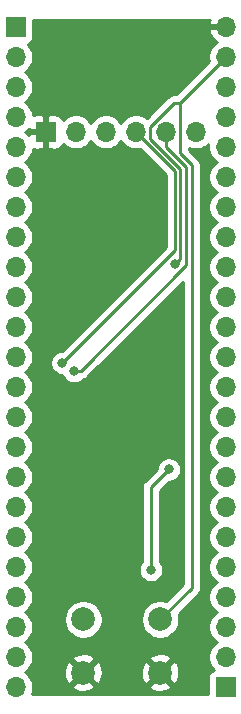
<source format=gbr>
%TF.GenerationSoftware,KiCad,Pcbnew,5.1.6-c6e7f7d~87~ubuntu18.04.1*%
%TF.CreationDate,2020-09-17T09:17:57+10:00*%
%TF.ProjectId,MSPY-FR2355,4d535059-2d46-4523-9233-35352e6b6963,rev?*%
%TF.SameCoordinates,Original*%
%TF.FileFunction,Copper,L2,Bot*%
%TF.FilePolarity,Positive*%
%FSLAX46Y46*%
G04 Gerber Fmt 4.6, Leading zero omitted, Abs format (unit mm)*
G04 Created by KiCad (PCBNEW 5.1.6-c6e7f7d~87~ubuntu18.04.1) date 2020-09-17 09:17:57*
%MOMM*%
%LPD*%
G01*
G04 APERTURE LIST*
%TA.AperFunction,ComponentPad*%
%ADD10O,1.700000X1.700000*%
%TD*%
%TA.AperFunction,ComponentPad*%
%ADD11R,1.700000X1.700000*%
%TD*%
%TA.AperFunction,ComponentPad*%
%ADD12C,2.000000*%
%TD*%
%TA.AperFunction,ViaPad*%
%ADD13C,0.800000*%
%TD*%
%TA.AperFunction,Conductor*%
%ADD14C,0.250000*%
%TD*%
%TA.AperFunction,Conductor*%
%ADD15C,0.254000*%
%TD*%
G04 APERTURE END LIST*
D10*
%TO.P,J2,23*%
%TO.N,GND*%
X149352000Y-69596000D03*
%TO.P,J2,22*%
%TO.N,~RST~*%
X149352000Y-72136000D03*
%TO.P,J2,21*%
%TO.N,P4*%
X149352000Y-74676000D03*
%TO.P,J2,20*%
%TO.N,P3*%
X149352000Y-77216000D03*
%TO.P,J2,19*%
%TO.N,P2*%
X149352000Y-79756000D03*
%TO.P,J2,18*%
%TO.N,P1*%
X149352000Y-82296000D03*
%TO.P,J2,17*%
%TO.N,P48*%
X149352000Y-84836000D03*
%TO.P,J2,16*%
%TO.N,P47*%
X149352000Y-87376000D03*
%TO.P,J2,15*%
%TO.N,P46*%
X149352000Y-89916000D03*
%TO.P,J2,14*%
%TO.N,P45*%
X149352000Y-92456000D03*
%TO.P,J2,13*%
%TO.N,P44*%
X149352000Y-94996000D03*
%TO.P,J2,12*%
%TO.N,P43*%
X149352000Y-97536000D03*
%TO.P,J2,11*%
%TO.N,P42*%
X149352000Y-100076000D03*
%TO.P,J2,10*%
%TO.N,P41*%
X149352000Y-102616000D03*
%TO.P,J2,9*%
%TO.N,P40*%
X149352000Y-105156000D03*
%TO.P,J2,8*%
%TO.N,P39*%
X149352000Y-107696000D03*
%TO.P,J2,7*%
%TO.N,P38*%
X149352000Y-110236000D03*
%TO.P,J2,6*%
%TO.N,P37*%
X149352000Y-112776000D03*
%TO.P,J2,5*%
%TO.N,P36*%
X149352000Y-115316000D03*
%TO.P,J2,4*%
%TO.N,P35*%
X149352000Y-117856000D03*
%TO.P,J2,3*%
%TO.N,P34*%
X149352000Y-120396000D03*
%TO.P,J2,2*%
%TO.N,P33*%
X149352000Y-122936000D03*
D11*
%TO.P,J2,1*%
%TO.N,P32*%
X149352000Y-125476000D03*
%TD*%
D10*
%TO.P,J1,23*%
%TO.N,P31*%
X131572000Y-125476000D03*
%TO.P,J1,22*%
%TO.N,P30*%
X131572000Y-122936000D03*
%TO.P,J1,21*%
%TO.N,P29*%
X131572000Y-120396000D03*
%TO.P,J1,20*%
%TO.N,P28*%
X131572000Y-117856000D03*
%TO.P,J1,19*%
%TO.N,P27*%
X131572000Y-115316000D03*
%TO.P,J1,18*%
%TO.N,P26*%
X131572000Y-112776000D03*
%TO.P,J1,17*%
%TO.N,P25*%
X131572000Y-110236000D03*
%TO.P,J1,16*%
%TO.N,P24*%
X131572000Y-107696000D03*
%TO.P,J1,15*%
%TO.N,P23*%
X131572000Y-105156000D03*
%TO.P,J1,14*%
%TO.N,P22*%
X131572000Y-102616000D03*
%TO.P,J1,13*%
%TO.N,P21*%
X131572000Y-100076000D03*
%TO.P,J1,12*%
%TO.N,P20*%
X131572000Y-97536000D03*
%TO.P,J1,11*%
%TO.N,P19*%
X131572000Y-94996000D03*
%TO.P,J1,10*%
%TO.N,P18*%
X131572000Y-92456000D03*
%TO.P,J1,9*%
%TO.N,P17*%
X131572000Y-89916000D03*
%TO.P,J1,8*%
%TO.N,P16*%
X131572000Y-87376000D03*
%TO.P,J1,7*%
%TO.N,P15*%
X131572000Y-84836000D03*
%TO.P,J1,6*%
%TO.N,P14*%
X131572000Y-82296000D03*
%TO.P,J1,5*%
%TO.N,P13*%
X131572000Y-79756000D03*
%TO.P,J1,4*%
%TO.N,P12*%
X131572000Y-77216000D03*
%TO.P,J1,3*%
%TO.N,P11*%
X131572000Y-74676000D03*
%TO.P,J1,2*%
%TO.N,P10*%
X131572000Y-72136000D03*
D11*
%TO.P,J1,1*%
%TO.N,+3V3*%
X131572000Y-69596000D03*
%TD*%
D12*
%TO.P,SW1,1*%
%TO.N,~RST~*%
X143787000Y-119761000D03*
%TO.P,SW1,2*%
%TO.N,GND*%
X143787000Y-124261000D03*
%TO.P,SW1,1*%
%TO.N,~RST~*%
X137287000Y-119761000D03*
%TO.P,SW1,2*%
%TO.N,GND*%
X137287000Y-124261000D03*
%TD*%
D10*
%TO.P,J3,6*%
%TO.N,Net-(J3-Pad6)*%
X146812000Y-78486000D03*
%TO.P,J3,5*%
%TO.N,P23*%
X144272000Y-78486000D03*
%TO.P,J3,4*%
%TO.N,P24*%
X141732000Y-78486000D03*
%TO.P,J3,3*%
%TO.N,Net-(J3-Pad3)*%
X139192000Y-78486000D03*
%TO.P,J3,2*%
%TO.N,Net-(J3-Pad2)*%
X136652000Y-78486000D03*
D11*
%TO.P,J3,1*%
%TO.N,GND*%
X134112000Y-78486000D03*
%TD*%
D13*
%TO.N,GND*%
X141732000Y-82296000D03*
%TO.N,+3V3*%
X144526000Y-107061000D03*
X143002000Y-115570000D03*
X143002000Y-115570000D03*
%TO.N,~RST~*%
X145034012Y-89662000D03*
%TO.N,P24*%
X135509000Y-98044000D03*
%TO.N,P23*%
X136501032Y-98731551D03*
%TD*%
D14*
%TO.N,+3V3*%
X144526000Y-107061000D02*
X143002000Y-108585000D01*
X143002000Y-108585000D02*
X143002000Y-115570000D01*
%TO.N,~RST~*%
X145447001Y-76040999D02*
X149352000Y-72136000D01*
X145447001Y-76040999D02*
X144977999Y-76040999D01*
X142965010Y-78053988D02*
X142965010Y-79082599D01*
X145484011Y-89212001D02*
X145034012Y-89662000D01*
X144977999Y-76040999D02*
X142965010Y-78053988D01*
X142965010Y-79082599D02*
X145484011Y-81601600D01*
X145484011Y-81601600D02*
X145484011Y-89212001D01*
X146463013Y-81307780D02*
X145447001Y-80291768D01*
X143787000Y-119761000D02*
X146463013Y-117084987D01*
X146463013Y-117084987D02*
X146463013Y-81307780D01*
X145447001Y-80291768D02*
X145447001Y-76040999D01*
%TO.N,P24*%
X145034000Y-81788000D02*
X141732000Y-78486000D01*
X145034000Y-88519000D02*
X145034000Y-81788000D01*
X135509000Y-98044000D02*
X145034000Y-88519000D01*
%TO.N,P23*%
X144272000Y-79753179D02*
X146013002Y-81494181D01*
X144272000Y-78486000D02*
X144272000Y-79753179D01*
X146013002Y-89785266D02*
X137066717Y-98731551D01*
X137066717Y-98731551D02*
X136501032Y-98731551D01*
X146013002Y-81494181D02*
X146013002Y-89785266D01*
%TD*%
D15*
%TO.N,GND*%
G36*
X147955175Y-69091901D02*
G01*
X147910524Y-69239110D01*
X148031845Y-69469000D01*
X149225000Y-69469000D01*
X149225000Y-69449000D01*
X149479000Y-69449000D01*
X149479000Y-69469000D01*
X149499000Y-69469000D01*
X149499000Y-69723000D01*
X149479000Y-69723000D01*
X149479000Y-69743000D01*
X149225000Y-69743000D01*
X149225000Y-69723000D01*
X148031845Y-69723000D01*
X147910524Y-69952890D01*
X147955175Y-70100099D01*
X148080359Y-70362920D01*
X148254412Y-70596269D01*
X148470645Y-70791178D01*
X148587534Y-70860805D01*
X148405368Y-70982525D01*
X148198525Y-71189368D01*
X148036010Y-71432589D01*
X147924068Y-71702842D01*
X147867000Y-71989740D01*
X147867000Y-72282260D01*
X147910790Y-72502408D01*
X145132200Y-75280999D01*
X145015321Y-75280999D01*
X144977998Y-75277323D01*
X144940675Y-75280999D01*
X144940666Y-75280999D01*
X144829013Y-75291996D01*
X144685752Y-75335453D01*
X144553723Y-75406025D01*
X144437998Y-75500998D01*
X144414200Y-75529996D01*
X142638492Y-77305705D01*
X142435411Y-77170010D01*
X142165158Y-77058068D01*
X141878260Y-77001000D01*
X141585740Y-77001000D01*
X141298842Y-77058068D01*
X141028589Y-77170010D01*
X140785368Y-77332525D01*
X140578525Y-77539368D01*
X140462000Y-77713760D01*
X140345475Y-77539368D01*
X140138632Y-77332525D01*
X139895411Y-77170010D01*
X139625158Y-77058068D01*
X139338260Y-77001000D01*
X139045740Y-77001000D01*
X138758842Y-77058068D01*
X138488589Y-77170010D01*
X138245368Y-77332525D01*
X138038525Y-77539368D01*
X137922000Y-77713760D01*
X137805475Y-77539368D01*
X137598632Y-77332525D01*
X137355411Y-77170010D01*
X137085158Y-77058068D01*
X136798260Y-77001000D01*
X136505740Y-77001000D01*
X136218842Y-77058068D01*
X135948589Y-77170010D01*
X135705368Y-77332525D01*
X135573513Y-77464380D01*
X135551502Y-77391820D01*
X135492537Y-77281506D01*
X135413185Y-77184815D01*
X135316494Y-77105463D01*
X135206180Y-77046498D01*
X135086482Y-77010188D01*
X134962000Y-76997928D01*
X134397750Y-77001000D01*
X134239000Y-77159750D01*
X134239000Y-78359000D01*
X134259000Y-78359000D01*
X134259000Y-78613000D01*
X134239000Y-78613000D01*
X134239000Y-79812250D01*
X134397750Y-79971000D01*
X134962000Y-79974072D01*
X135086482Y-79961812D01*
X135206180Y-79925502D01*
X135316494Y-79866537D01*
X135413185Y-79787185D01*
X135492537Y-79690494D01*
X135551502Y-79580180D01*
X135573513Y-79507620D01*
X135705368Y-79639475D01*
X135948589Y-79801990D01*
X136218842Y-79913932D01*
X136505740Y-79971000D01*
X136798260Y-79971000D01*
X137085158Y-79913932D01*
X137355411Y-79801990D01*
X137598632Y-79639475D01*
X137805475Y-79432632D01*
X137922000Y-79258240D01*
X138038525Y-79432632D01*
X138245368Y-79639475D01*
X138488589Y-79801990D01*
X138758842Y-79913932D01*
X139045740Y-79971000D01*
X139338260Y-79971000D01*
X139625158Y-79913932D01*
X139895411Y-79801990D01*
X140138632Y-79639475D01*
X140345475Y-79432632D01*
X140462000Y-79258240D01*
X140578525Y-79432632D01*
X140785368Y-79639475D01*
X141028589Y-79801990D01*
X141298842Y-79913932D01*
X141585740Y-79971000D01*
X141878260Y-79971000D01*
X142098408Y-79927209D01*
X144274001Y-82102803D01*
X144274000Y-88204198D01*
X135469199Y-97009000D01*
X135407061Y-97009000D01*
X135207102Y-97048774D01*
X135018744Y-97126795D01*
X134849226Y-97240063D01*
X134705063Y-97384226D01*
X134591795Y-97553744D01*
X134513774Y-97742102D01*
X134474000Y-97942061D01*
X134474000Y-98145939D01*
X134513774Y-98345898D01*
X134591795Y-98534256D01*
X134705063Y-98703774D01*
X134849226Y-98847937D01*
X135018744Y-98961205D01*
X135207102Y-99039226D01*
X135407061Y-99079000D01*
X135524674Y-99079000D01*
X135583827Y-99221807D01*
X135697095Y-99391325D01*
X135841258Y-99535488D01*
X136010776Y-99648756D01*
X136199134Y-99726777D01*
X136399093Y-99766551D01*
X136602971Y-99766551D01*
X136802930Y-99726777D01*
X136991288Y-99648756D01*
X137160806Y-99535488D01*
X137215756Y-99480538D01*
X137358964Y-99437097D01*
X137490993Y-99366525D01*
X137606718Y-99271552D01*
X137630521Y-99242548D01*
X145703014Y-91170056D01*
X145703013Y-116770185D01*
X144278376Y-118194823D01*
X144263912Y-118188832D01*
X143948033Y-118126000D01*
X143625967Y-118126000D01*
X143310088Y-118188832D01*
X143012537Y-118312082D01*
X142744748Y-118491013D01*
X142517013Y-118718748D01*
X142338082Y-118986537D01*
X142214832Y-119284088D01*
X142152000Y-119599967D01*
X142152000Y-119922033D01*
X142214832Y-120237912D01*
X142338082Y-120535463D01*
X142517013Y-120803252D01*
X142744748Y-121030987D01*
X143012537Y-121209918D01*
X143310088Y-121333168D01*
X143625967Y-121396000D01*
X143948033Y-121396000D01*
X144263912Y-121333168D01*
X144561463Y-121209918D01*
X144829252Y-121030987D01*
X145056987Y-120803252D01*
X145235918Y-120535463D01*
X145359168Y-120237912D01*
X145422000Y-119922033D01*
X145422000Y-119599967D01*
X145359168Y-119284088D01*
X145353177Y-119269624D01*
X146974017Y-117648785D01*
X147003014Y-117624988D01*
X147029345Y-117592904D01*
X147097987Y-117509264D01*
X147168559Y-117377234D01*
X147168559Y-117377233D01*
X147212016Y-117233973D01*
X147223013Y-117122320D01*
X147223013Y-117122310D01*
X147226689Y-117084987D01*
X147223013Y-117047664D01*
X147223013Y-81345103D01*
X147226689Y-81307780D01*
X147223013Y-81270457D01*
X147223013Y-81270447D01*
X147212016Y-81158794D01*
X147168559Y-81015533D01*
X147111869Y-80909475D01*
X147097987Y-80883503D01*
X147026812Y-80796777D01*
X147003014Y-80767779D01*
X146974016Y-80743981D01*
X146207001Y-79976967D01*
X146207001Y-79842753D01*
X146378842Y-79913932D01*
X146665740Y-79971000D01*
X146958260Y-79971000D01*
X147245158Y-79913932D01*
X147515411Y-79801990D01*
X147758632Y-79639475D01*
X147886525Y-79511582D01*
X147867000Y-79609740D01*
X147867000Y-79902260D01*
X147924068Y-80189158D01*
X148036010Y-80459411D01*
X148198525Y-80702632D01*
X148405368Y-80909475D01*
X148579760Y-81026000D01*
X148405368Y-81142525D01*
X148198525Y-81349368D01*
X148036010Y-81592589D01*
X147924068Y-81862842D01*
X147867000Y-82149740D01*
X147867000Y-82442260D01*
X147924068Y-82729158D01*
X148036010Y-82999411D01*
X148198525Y-83242632D01*
X148405368Y-83449475D01*
X148579760Y-83566000D01*
X148405368Y-83682525D01*
X148198525Y-83889368D01*
X148036010Y-84132589D01*
X147924068Y-84402842D01*
X147867000Y-84689740D01*
X147867000Y-84982260D01*
X147924068Y-85269158D01*
X148036010Y-85539411D01*
X148198525Y-85782632D01*
X148405368Y-85989475D01*
X148579760Y-86106000D01*
X148405368Y-86222525D01*
X148198525Y-86429368D01*
X148036010Y-86672589D01*
X147924068Y-86942842D01*
X147867000Y-87229740D01*
X147867000Y-87522260D01*
X147924068Y-87809158D01*
X148036010Y-88079411D01*
X148198525Y-88322632D01*
X148405368Y-88529475D01*
X148579760Y-88646000D01*
X148405368Y-88762525D01*
X148198525Y-88969368D01*
X148036010Y-89212589D01*
X147924068Y-89482842D01*
X147867000Y-89769740D01*
X147867000Y-90062260D01*
X147924068Y-90349158D01*
X148036010Y-90619411D01*
X148198525Y-90862632D01*
X148405368Y-91069475D01*
X148579760Y-91186000D01*
X148405368Y-91302525D01*
X148198525Y-91509368D01*
X148036010Y-91752589D01*
X147924068Y-92022842D01*
X147867000Y-92309740D01*
X147867000Y-92602260D01*
X147924068Y-92889158D01*
X148036010Y-93159411D01*
X148198525Y-93402632D01*
X148405368Y-93609475D01*
X148579760Y-93726000D01*
X148405368Y-93842525D01*
X148198525Y-94049368D01*
X148036010Y-94292589D01*
X147924068Y-94562842D01*
X147867000Y-94849740D01*
X147867000Y-95142260D01*
X147924068Y-95429158D01*
X148036010Y-95699411D01*
X148198525Y-95942632D01*
X148405368Y-96149475D01*
X148579760Y-96266000D01*
X148405368Y-96382525D01*
X148198525Y-96589368D01*
X148036010Y-96832589D01*
X147924068Y-97102842D01*
X147867000Y-97389740D01*
X147867000Y-97682260D01*
X147924068Y-97969158D01*
X148036010Y-98239411D01*
X148198525Y-98482632D01*
X148405368Y-98689475D01*
X148579760Y-98806000D01*
X148405368Y-98922525D01*
X148198525Y-99129368D01*
X148036010Y-99372589D01*
X147924068Y-99642842D01*
X147867000Y-99929740D01*
X147867000Y-100222260D01*
X147924068Y-100509158D01*
X148036010Y-100779411D01*
X148198525Y-101022632D01*
X148405368Y-101229475D01*
X148579760Y-101346000D01*
X148405368Y-101462525D01*
X148198525Y-101669368D01*
X148036010Y-101912589D01*
X147924068Y-102182842D01*
X147867000Y-102469740D01*
X147867000Y-102762260D01*
X147924068Y-103049158D01*
X148036010Y-103319411D01*
X148198525Y-103562632D01*
X148405368Y-103769475D01*
X148579760Y-103886000D01*
X148405368Y-104002525D01*
X148198525Y-104209368D01*
X148036010Y-104452589D01*
X147924068Y-104722842D01*
X147867000Y-105009740D01*
X147867000Y-105302260D01*
X147924068Y-105589158D01*
X148036010Y-105859411D01*
X148198525Y-106102632D01*
X148405368Y-106309475D01*
X148579760Y-106426000D01*
X148405368Y-106542525D01*
X148198525Y-106749368D01*
X148036010Y-106992589D01*
X147924068Y-107262842D01*
X147867000Y-107549740D01*
X147867000Y-107842260D01*
X147924068Y-108129158D01*
X148036010Y-108399411D01*
X148198525Y-108642632D01*
X148405368Y-108849475D01*
X148579760Y-108966000D01*
X148405368Y-109082525D01*
X148198525Y-109289368D01*
X148036010Y-109532589D01*
X147924068Y-109802842D01*
X147867000Y-110089740D01*
X147867000Y-110382260D01*
X147924068Y-110669158D01*
X148036010Y-110939411D01*
X148198525Y-111182632D01*
X148405368Y-111389475D01*
X148579760Y-111506000D01*
X148405368Y-111622525D01*
X148198525Y-111829368D01*
X148036010Y-112072589D01*
X147924068Y-112342842D01*
X147867000Y-112629740D01*
X147867000Y-112922260D01*
X147924068Y-113209158D01*
X148036010Y-113479411D01*
X148198525Y-113722632D01*
X148405368Y-113929475D01*
X148579760Y-114046000D01*
X148405368Y-114162525D01*
X148198525Y-114369368D01*
X148036010Y-114612589D01*
X147924068Y-114882842D01*
X147867000Y-115169740D01*
X147867000Y-115462260D01*
X147924068Y-115749158D01*
X148036010Y-116019411D01*
X148198525Y-116262632D01*
X148405368Y-116469475D01*
X148579760Y-116586000D01*
X148405368Y-116702525D01*
X148198525Y-116909368D01*
X148036010Y-117152589D01*
X147924068Y-117422842D01*
X147867000Y-117709740D01*
X147867000Y-118002260D01*
X147924068Y-118289158D01*
X148036010Y-118559411D01*
X148198525Y-118802632D01*
X148405368Y-119009475D01*
X148579760Y-119126000D01*
X148405368Y-119242525D01*
X148198525Y-119449368D01*
X148036010Y-119692589D01*
X147924068Y-119962842D01*
X147867000Y-120249740D01*
X147867000Y-120542260D01*
X147924068Y-120829158D01*
X148036010Y-121099411D01*
X148198525Y-121342632D01*
X148405368Y-121549475D01*
X148579760Y-121666000D01*
X148405368Y-121782525D01*
X148198525Y-121989368D01*
X148036010Y-122232589D01*
X147924068Y-122502842D01*
X147867000Y-122789740D01*
X147867000Y-123082260D01*
X147924068Y-123369158D01*
X148036010Y-123639411D01*
X148198525Y-123882632D01*
X148330380Y-124014487D01*
X148257820Y-124036498D01*
X148147506Y-124095463D01*
X148050815Y-124174815D01*
X147971463Y-124271506D01*
X147912498Y-124381820D01*
X147876188Y-124501518D01*
X147863928Y-124626000D01*
X147863928Y-126086000D01*
X132926682Y-126086000D01*
X132999932Y-125909158D01*
X133057000Y-125622260D01*
X133057000Y-125396413D01*
X136331192Y-125396413D01*
X136426956Y-125660814D01*
X136716571Y-125801704D01*
X137028108Y-125883384D01*
X137349595Y-125902718D01*
X137668675Y-125858961D01*
X137973088Y-125753795D01*
X138147044Y-125660814D01*
X138242808Y-125396413D01*
X142831192Y-125396413D01*
X142926956Y-125660814D01*
X143216571Y-125801704D01*
X143528108Y-125883384D01*
X143849595Y-125902718D01*
X144168675Y-125858961D01*
X144473088Y-125753795D01*
X144647044Y-125660814D01*
X144742808Y-125396413D01*
X143787000Y-124440605D01*
X142831192Y-125396413D01*
X138242808Y-125396413D01*
X137287000Y-124440605D01*
X136331192Y-125396413D01*
X133057000Y-125396413D01*
X133057000Y-125329740D01*
X132999932Y-125042842D01*
X132887990Y-124772589D01*
X132725475Y-124529368D01*
X132519702Y-124323595D01*
X135645282Y-124323595D01*
X135689039Y-124642675D01*
X135794205Y-124947088D01*
X135887186Y-125121044D01*
X136151587Y-125216808D01*
X137107395Y-124261000D01*
X137466605Y-124261000D01*
X138422413Y-125216808D01*
X138686814Y-125121044D01*
X138827704Y-124831429D01*
X138909384Y-124519892D01*
X138921189Y-124323595D01*
X142145282Y-124323595D01*
X142189039Y-124642675D01*
X142294205Y-124947088D01*
X142387186Y-125121044D01*
X142651587Y-125216808D01*
X143607395Y-124261000D01*
X143966605Y-124261000D01*
X144922413Y-125216808D01*
X145186814Y-125121044D01*
X145327704Y-124831429D01*
X145409384Y-124519892D01*
X145428718Y-124198405D01*
X145384961Y-123879325D01*
X145279795Y-123574912D01*
X145186814Y-123400956D01*
X144922413Y-123305192D01*
X143966605Y-124261000D01*
X143607395Y-124261000D01*
X142651587Y-123305192D01*
X142387186Y-123400956D01*
X142246296Y-123690571D01*
X142164616Y-124002108D01*
X142145282Y-124323595D01*
X138921189Y-124323595D01*
X138928718Y-124198405D01*
X138884961Y-123879325D01*
X138779795Y-123574912D01*
X138686814Y-123400956D01*
X138422413Y-123305192D01*
X137466605Y-124261000D01*
X137107395Y-124261000D01*
X136151587Y-123305192D01*
X135887186Y-123400956D01*
X135746296Y-123690571D01*
X135664616Y-124002108D01*
X135645282Y-124323595D01*
X132519702Y-124323595D01*
X132518632Y-124322525D01*
X132344240Y-124206000D01*
X132518632Y-124089475D01*
X132725475Y-123882632D01*
X132887990Y-123639411D01*
X132999932Y-123369158D01*
X133048381Y-123125587D01*
X136331192Y-123125587D01*
X137287000Y-124081395D01*
X138242808Y-123125587D01*
X142831192Y-123125587D01*
X143787000Y-124081395D01*
X144742808Y-123125587D01*
X144647044Y-122861186D01*
X144357429Y-122720296D01*
X144045892Y-122638616D01*
X143724405Y-122619282D01*
X143405325Y-122663039D01*
X143100912Y-122768205D01*
X142926956Y-122861186D01*
X142831192Y-123125587D01*
X138242808Y-123125587D01*
X138147044Y-122861186D01*
X137857429Y-122720296D01*
X137545892Y-122638616D01*
X137224405Y-122619282D01*
X136905325Y-122663039D01*
X136600912Y-122768205D01*
X136426956Y-122861186D01*
X136331192Y-123125587D01*
X133048381Y-123125587D01*
X133057000Y-123082260D01*
X133057000Y-122789740D01*
X132999932Y-122502842D01*
X132887990Y-122232589D01*
X132725475Y-121989368D01*
X132518632Y-121782525D01*
X132344240Y-121666000D01*
X132518632Y-121549475D01*
X132725475Y-121342632D01*
X132887990Y-121099411D01*
X132999932Y-120829158D01*
X133057000Y-120542260D01*
X133057000Y-120249740D01*
X132999932Y-119962842D01*
X132887990Y-119692589D01*
X132826102Y-119599967D01*
X135652000Y-119599967D01*
X135652000Y-119922033D01*
X135714832Y-120237912D01*
X135838082Y-120535463D01*
X136017013Y-120803252D01*
X136244748Y-121030987D01*
X136512537Y-121209918D01*
X136810088Y-121333168D01*
X137125967Y-121396000D01*
X137448033Y-121396000D01*
X137763912Y-121333168D01*
X138061463Y-121209918D01*
X138329252Y-121030987D01*
X138556987Y-120803252D01*
X138735918Y-120535463D01*
X138859168Y-120237912D01*
X138922000Y-119922033D01*
X138922000Y-119599967D01*
X138859168Y-119284088D01*
X138735918Y-118986537D01*
X138556987Y-118718748D01*
X138329252Y-118491013D01*
X138061463Y-118312082D01*
X137763912Y-118188832D01*
X137448033Y-118126000D01*
X137125967Y-118126000D01*
X136810088Y-118188832D01*
X136512537Y-118312082D01*
X136244748Y-118491013D01*
X136017013Y-118718748D01*
X135838082Y-118986537D01*
X135714832Y-119284088D01*
X135652000Y-119599967D01*
X132826102Y-119599967D01*
X132725475Y-119449368D01*
X132518632Y-119242525D01*
X132344240Y-119126000D01*
X132518632Y-119009475D01*
X132725475Y-118802632D01*
X132887990Y-118559411D01*
X132999932Y-118289158D01*
X133057000Y-118002260D01*
X133057000Y-117709740D01*
X132999932Y-117422842D01*
X132887990Y-117152589D01*
X132725475Y-116909368D01*
X132518632Y-116702525D01*
X132344240Y-116586000D01*
X132518632Y-116469475D01*
X132725475Y-116262632D01*
X132887990Y-116019411D01*
X132999932Y-115749158D01*
X133055846Y-115468061D01*
X141967000Y-115468061D01*
X141967000Y-115671939D01*
X142006774Y-115871898D01*
X142084795Y-116060256D01*
X142198063Y-116229774D01*
X142342226Y-116373937D01*
X142511744Y-116487205D01*
X142700102Y-116565226D01*
X142900061Y-116605000D01*
X143103939Y-116605000D01*
X143303898Y-116565226D01*
X143492256Y-116487205D01*
X143661774Y-116373937D01*
X143805937Y-116229774D01*
X143919205Y-116060256D01*
X143997226Y-115871898D01*
X144037000Y-115671939D01*
X144037000Y-115468061D01*
X143997226Y-115268102D01*
X143919205Y-115079744D01*
X143805937Y-114910226D01*
X143762000Y-114866289D01*
X143762000Y-108899801D01*
X144565802Y-108096000D01*
X144627939Y-108096000D01*
X144827898Y-108056226D01*
X145016256Y-107978205D01*
X145185774Y-107864937D01*
X145329937Y-107720774D01*
X145443205Y-107551256D01*
X145521226Y-107362898D01*
X145561000Y-107162939D01*
X145561000Y-106959061D01*
X145521226Y-106759102D01*
X145443205Y-106570744D01*
X145329937Y-106401226D01*
X145185774Y-106257063D01*
X145016256Y-106143795D01*
X144827898Y-106065774D01*
X144627939Y-106026000D01*
X144424061Y-106026000D01*
X144224102Y-106065774D01*
X144035744Y-106143795D01*
X143866226Y-106257063D01*
X143722063Y-106401226D01*
X143608795Y-106570744D01*
X143530774Y-106759102D01*
X143491000Y-106959061D01*
X143491000Y-107021198D01*
X142491002Y-108021197D01*
X142461999Y-108044999D01*
X142420144Y-108096000D01*
X142367026Y-108160724D01*
X142296455Y-108292753D01*
X142296454Y-108292754D01*
X142252997Y-108436015D01*
X142242000Y-108547668D01*
X142242000Y-108547678D01*
X142238324Y-108585000D01*
X142242000Y-108622323D01*
X142242001Y-114866288D01*
X142198063Y-114910226D01*
X142084795Y-115079744D01*
X142006774Y-115268102D01*
X141967000Y-115468061D01*
X133055846Y-115468061D01*
X133057000Y-115462260D01*
X133057000Y-115169740D01*
X132999932Y-114882842D01*
X132887990Y-114612589D01*
X132725475Y-114369368D01*
X132518632Y-114162525D01*
X132344240Y-114046000D01*
X132518632Y-113929475D01*
X132725475Y-113722632D01*
X132887990Y-113479411D01*
X132999932Y-113209158D01*
X133057000Y-112922260D01*
X133057000Y-112629740D01*
X132999932Y-112342842D01*
X132887990Y-112072589D01*
X132725475Y-111829368D01*
X132518632Y-111622525D01*
X132344240Y-111506000D01*
X132518632Y-111389475D01*
X132725475Y-111182632D01*
X132887990Y-110939411D01*
X132999932Y-110669158D01*
X133057000Y-110382260D01*
X133057000Y-110089740D01*
X132999932Y-109802842D01*
X132887990Y-109532589D01*
X132725475Y-109289368D01*
X132518632Y-109082525D01*
X132344240Y-108966000D01*
X132518632Y-108849475D01*
X132725475Y-108642632D01*
X132887990Y-108399411D01*
X132999932Y-108129158D01*
X133057000Y-107842260D01*
X133057000Y-107549740D01*
X132999932Y-107262842D01*
X132887990Y-106992589D01*
X132725475Y-106749368D01*
X132518632Y-106542525D01*
X132344240Y-106426000D01*
X132518632Y-106309475D01*
X132725475Y-106102632D01*
X132887990Y-105859411D01*
X132999932Y-105589158D01*
X133057000Y-105302260D01*
X133057000Y-105009740D01*
X132999932Y-104722842D01*
X132887990Y-104452589D01*
X132725475Y-104209368D01*
X132518632Y-104002525D01*
X132344240Y-103886000D01*
X132518632Y-103769475D01*
X132725475Y-103562632D01*
X132887990Y-103319411D01*
X132999932Y-103049158D01*
X133057000Y-102762260D01*
X133057000Y-102469740D01*
X132999932Y-102182842D01*
X132887990Y-101912589D01*
X132725475Y-101669368D01*
X132518632Y-101462525D01*
X132344240Y-101346000D01*
X132518632Y-101229475D01*
X132725475Y-101022632D01*
X132887990Y-100779411D01*
X132999932Y-100509158D01*
X133057000Y-100222260D01*
X133057000Y-99929740D01*
X132999932Y-99642842D01*
X132887990Y-99372589D01*
X132725475Y-99129368D01*
X132518632Y-98922525D01*
X132344240Y-98806000D01*
X132518632Y-98689475D01*
X132725475Y-98482632D01*
X132887990Y-98239411D01*
X132999932Y-97969158D01*
X133057000Y-97682260D01*
X133057000Y-97389740D01*
X132999932Y-97102842D01*
X132887990Y-96832589D01*
X132725475Y-96589368D01*
X132518632Y-96382525D01*
X132344240Y-96266000D01*
X132518632Y-96149475D01*
X132725475Y-95942632D01*
X132887990Y-95699411D01*
X132999932Y-95429158D01*
X133057000Y-95142260D01*
X133057000Y-94849740D01*
X132999932Y-94562842D01*
X132887990Y-94292589D01*
X132725475Y-94049368D01*
X132518632Y-93842525D01*
X132344240Y-93726000D01*
X132518632Y-93609475D01*
X132725475Y-93402632D01*
X132887990Y-93159411D01*
X132999932Y-92889158D01*
X133057000Y-92602260D01*
X133057000Y-92309740D01*
X132999932Y-92022842D01*
X132887990Y-91752589D01*
X132725475Y-91509368D01*
X132518632Y-91302525D01*
X132344240Y-91186000D01*
X132518632Y-91069475D01*
X132725475Y-90862632D01*
X132887990Y-90619411D01*
X132999932Y-90349158D01*
X133057000Y-90062260D01*
X133057000Y-89769740D01*
X132999932Y-89482842D01*
X132887990Y-89212589D01*
X132725475Y-88969368D01*
X132518632Y-88762525D01*
X132344240Y-88646000D01*
X132518632Y-88529475D01*
X132725475Y-88322632D01*
X132887990Y-88079411D01*
X132999932Y-87809158D01*
X133057000Y-87522260D01*
X133057000Y-87229740D01*
X132999932Y-86942842D01*
X132887990Y-86672589D01*
X132725475Y-86429368D01*
X132518632Y-86222525D01*
X132344240Y-86106000D01*
X132518632Y-85989475D01*
X132725475Y-85782632D01*
X132887990Y-85539411D01*
X132999932Y-85269158D01*
X133057000Y-84982260D01*
X133057000Y-84689740D01*
X132999932Y-84402842D01*
X132887990Y-84132589D01*
X132725475Y-83889368D01*
X132518632Y-83682525D01*
X132344240Y-83566000D01*
X132518632Y-83449475D01*
X132725475Y-83242632D01*
X132887990Y-82999411D01*
X132999932Y-82729158D01*
X133057000Y-82442260D01*
X133057000Y-82149740D01*
X132999932Y-81862842D01*
X132887990Y-81592589D01*
X132725475Y-81349368D01*
X132518632Y-81142525D01*
X132344240Y-81026000D01*
X132518632Y-80909475D01*
X132725475Y-80702632D01*
X132887990Y-80459411D01*
X132999932Y-80189158D01*
X133050410Y-79935388D01*
X133137518Y-79961812D01*
X133262000Y-79974072D01*
X133826250Y-79971000D01*
X133985000Y-79812250D01*
X133985000Y-78613000D01*
X132785750Y-78613000D01*
X132657429Y-78741322D01*
X132518632Y-78602525D01*
X132344240Y-78486000D01*
X132518632Y-78369475D01*
X132657429Y-78230679D01*
X132785750Y-78359000D01*
X133985000Y-78359000D01*
X133985000Y-77159750D01*
X133826250Y-77001000D01*
X133262000Y-76997928D01*
X133137518Y-77010188D01*
X133050410Y-77036612D01*
X132999932Y-76782842D01*
X132887990Y-76512589D01*
X132725475Y-76269368D01*
X132518632Y-76062525D01*
X132344240Y-75946000D01*
X132518632Y-75829475D01*
X132725475Y-75622632D01*
X132887990Y-75379411D01*
X132999932Y-75109158D01*
X133057000Y-74822260D01*
X133057000Y-74529740D01*
X132999932Y-74242842D01*
X132887990Y-73972589D01*
X132725475Y-73729368D01*
X132518632Y-73522525D01*
X132344240Y-73406000D01*
X132518632Y-73289475D01*
X132725475Y-73082632D01*
X132887990Y-72839411D01*
X132999932Y-72569158D01*
X133057000Y-72282260D01*
X133057000Y-71989740D01*
X132999932Y-71702842D01*
X132887990Y-71432589D01*
X132725475Y-71189368D01*
X132593620Y-71057513D01*
X132666180Y-71035502D01*
X132776494Y-70976537D01*
X132873185Y-70897185D01*
X132952537Y-70800494D01*
X133011502Y-70690180D01*
X133047812Y-70570482D01*
X133060072Y-70446000D01*
X133060072Y-68986000D01*
X148005617Y-68986000D01*
X147955175Y-69091901D01*
G37*
X147955175Y-69091901D02*
X147910524Y-69239110D01*
X148031845Y-69469000D01*
X149225000Y-69469000D01*
X149225000Y-69449000D01*
X149479000Y-69449000D01*
X149479000Y-69469000D01*
X149499000Y-69469000D01*
X149499000Y-69723000D01*
X149479000Y-69723000D01*
X149479000Y-69743000D01*
X149225000Y-69743000D01*
X149225000Y-69723000D01*
X148031845Y-69723000D01*
X147910524Y-69952890D01*
X147955175Y-70100099D01*
X148080359Y-70362920D01*
X148254412Y-70596269D01*
X148470645Y-70791178D01*
X148587534Y-70860805D01*
X148405368Y-70982525D01*
X148198525Y-71189368D01*
X148036010Y-71432589D01*
X147924068Y-71702842D01*
X147867000Y-71989740D01*
X147867000Y-72282260D01*
X147910790Y-72502408D01*
X145132200Y-75280999D01*
X145015321Y-75280999D01*
X144977998Y-75277323D01*
X144940675Y-75280999D01*
X144940666Y-75280999D01*
X144829013Y-75291996D01*
X144685752Y-75335453D01*
X144553723Y-75406025D01*
X144437998Y-75500998D01*
X144414200Y-75529996D01*
X142638492Y-77305705D01*
X142435411Y-77170010D01*
X142165158Y-77058068D01*
X141878260Y-77001000D01*
X141585740Y-77001000D01*
X141298842Y-77058068D01*
X141028589Y-77170010D01*
X140785368Y-77332525D01*
X140578525Y-77539368D01*
X140462000Y-77713760D01*
X140345475Y-77539368D01*
X140138632Y-77332525D01*
X139895411Y-77170010D01*
X139625158Y-77058068D01*
X139338260Y-77001000D01*
X139045740Y-77001000D01*
X138758842Y-77058068D01*
X138488589Y-77170010D01*
X138245368Y-77332525D01*
X138038525Y-77539368D01*
X137922000Y-77713760D01*
X137805475Y-77539368D01*
X137598632Y-77332525D01*
X137355411Y-77170010D01*
X137085158Y-77058068D01*
X136798260Y-77001000D01*
X136505740Y-77001000D01*
X136218842Y-77058068D01*
X135948589Y-77170010D01*
X135705368Y-77332525D01*
X135573513Y-77464380D01*
X135551502Y-77391820D01*
X135492537Y-77281506D01*
X135413185Y-77184815D01*
X135316494Y-77105463D01*
X135206180Y-77046498D01*
X135086482Y-77010188D01*
X134962000Y-76997928D01*
X134397750Y-77001000D01*
X134239000Y-77159750D01*
X134239000Y-78359000D01*
X134259000Y-78359000D01*
X134259000Y-78613000D01*
X134239000Y-78613000D01*
X134239000Y-79812250D01*
X134397750Y-79971000D01*
X134962000Y-79974072D01*
X135086482Y-79961812D01*
X135206180Y-79925502D01*
X135316494Y-79866537D01*
X135413185Y-79787185D01*
X135492537Y-79690494D01*
X135551502Y-79580180D01*
X135573513Y-79507620D01*
X135705368Y-79639475D01*
X135948589Y-79801990D01*
X136218842Y-79913932D01*
X136505740Y-79971000D01*
X136798260Y-79971000D01*
X137085158Y-79913932D01*
X137355411Y-79801990D01*
X137598632Y-79639475D01*
X137805475Y-79432632D01*
X137922000Y-79258240D01*
X138038525Y-79432632D01*
X138245368Y-79639475D01*
X138488589Y-79801990D01*
X138758842Y-79913932D01*
X139045740Y-79971000D01*
X139338260Y-79971000D01*
X139625158Y-79913932D01*
X139895411Y-79801990D01*
X140138632Y-79639475D01*
X140345475Y-79432632D01*
X140462000Y-79258240D01*
X140578525Y-79432632D01*
X140785368Y-79639475D01*
X141028589Y-79801990D01*
X141298842Y-79913932D01*
X141585740Y-79971000D01*
X141878260Y-79971000D01*
X142098408Y-79927209D01*
X144274001Y-82102803D01*
X144274000Y-88204198D01*
X135469199Y-97009000D01*
X135407061Y-97009000D01*
X135207102Y-97048774D01*
X135018744Y-97126795D01*
X134849226Y-97240063D01*
X134705063Y-97384226D01*
X134591795Y-97553744D01*
X134513774Y-97742102D01*
X134474000Y-97942061D01*
X134474000Y-98145939D01*
X134513774Y-98345898D01*
X134591795Y-98534256D01*
X134705063Y-98703774D01*
X134849226Y-98847937D01*
X135018744Y-98961205D01*
X135207102Y-99039226D01*
X135407061Y-99079000D01*
X135524674Y-99079000D01*
X135583827Y-99221807D01*
X135697095Y-99391325D01*
X135841258Y-99535488D01*
X136010776Y-99648756D01*
X136199134Y-99726777D01*
X136399093Y-99766551D01*
X136602971Y-99766551D01*
X136802930Y-99726777D01*
X136991288Y-99648756D01*
X137160806Y-99535488D01*
X137215756Y-99480538D01*
X137358964Y-99437097D01*
X137490993Y-99366525D01*
X137606718Y-99271552D01*
X137630521Y-99242548D01*
X145703014Y-91170056D01*
X145703013Y-116770185D01*
X144278376Y-118194823D01*
X144263912Y-118188832D01*
X143948033Y-118126000D01*
X143625967Y-118126000D01*
X143310088Y-118188832D01*
X143012537Y-118312082D01*
X142744748Y-118491013D01*
X142517013Y-118718748D01*
X142338082Y-118986537D01*
X142214832Y-119284088D01*
X142152000Y-119599967D01*
X142152000Y-119922033D01*
X142214832Y-120237912D01*
X142338082Y-120535463D01*
X142517013Y-120803252D01*
X142744748Y-121030987D01*
X143012537Y-121209918D01*
X143310088Y-121333168D01*
X143625967Y-121396000D01*
X143948033Y-121396000D01*
X144263912Y-121333168D01*
X144561463Y-121209918D01*
X144829252Y-121030987D01*
X145056987Y-120803252D01*
X145235918Y-120535463D01*
X145359168Y-120237912D01*
X145422000Y-119922033D01*
X145422000Y-119599967D01*
X145359168Y-119284088D01*
X145353177Y-119269624D01*
X146974017Y-117648785D01*
X147003014Y-117624988D01*
X147029345Y-117592904D01*
X147097987Y-117509264D01*
X147168559Y-117377234D01*
X147168559Y-117377233D01*
X147212016Y-117233973D01*
X147223013Y-117122320D01*
X147223013Y-117122310D01*
X147226689Y-117084987D01*
X147223013Y-117047664D01*
X147223013Y-81345103D01*
X147226689Y-81307780D01*
X147223013Y-81270457D01*
X147223013Y-81270447D01*
X147212016Y-81158794D01*
X147168559Y-81015533D01*
X147111869Y-80909475D01*
X147097987Y-80883503D01*
X147026812Y-80796777D01*
X147003014Y-80767779D01*
X146974016Y-80743981D01*
X146207001Y-79976967D01*
X146207001Y-79842753D01*
X146378842Y-79913932D01*
X146665740Y-79971000D01*
X146958260Y-79971000D01*
X147245158Y-79913932D01*
X147515411Y-79801990D01*
X147758632Y-79639475D01*
X147886525Y-79511582D01*
X147867000Y-79609740D01*
X147867000Y-79902260D01*
X147924068Y-80189158D01*
X148036010Y-80459411D01*
X148198525Y-80702632D01*
X148405368Y-80909475D01*
X148579760Y-81026000D01*
X148405368Y-81142525D01*
X148198525Y-81349368D01*
X148036010Y-81592589D01*
X147924068Y-81862842D01*
X147867000Y-82149740D01*
X147867000Y-82442260D01*
X147924068Y-82729158D01*
X148036010Y-82999411D01*
X148198525Y-83242632D01*
X148405368Y-83449475D01*
X148579760Y-83566000D01*
X148405368Y-83682525D01*
X148198525Y-83889368D01*
X148036010Y-84132589D01*
X147924068Y-84402842D01*
X147867000Y-84689740D01*
X147867000Y-84982260D01*
X147924068Y-85269158D01*
X148036010Y-85539411D01*
X148198525Y-85782632D01*
X148405368Y-85989475D01*
X148579760Y-86106000D01*
X148405368Y-86222525D01*
X148198525Y-86429368D01*
X148036010Y-86672589D01*
X147924068Y-86942842D01*
X147867000Y-87229740D01*
X147867000Y-87522260D01*
X147924068Y-87809158D01*
X148036010Y-88079411D01*
X148198525Y-88322632D01*
X148405368Y-88529475D01*
X148579760Y-88646000D01*
X148405368Y-88762525D01*
X148198525Y-88969368D01*
X148036010Y-89212589D01*
X147924068Y-89482842D01*
X147867000Y-89769740D01*
X147867000Y-90062260D01*
X147924068Y-90349158D01*
X148036010Y-90619411D01*
X148198525Y-90862632D01*
X148405368Y-91069475D01*
X148579760Y-91186000D01*
X148405368Y-91302525D01*
X148198525Y-91509368D01*
X148036010Y-91752589D01*
X147924068Y-92022842D01*
X147867000Y-92309740D01*
X147867000Y-92602260D01*
X147924068Y-92889158D01*
X148036010Y-93159411D01*
X148198525Y-93402632D01*
X148405368Y-93609475D01*
X148579760Y-93726000D01*
X148405368Y-93842525D01*
X148198525Y-94049368D01*
X148036010Y-94292589D01*
X147924068Y-94562842D01*
X147867000Y-94849740D01*
X147867000Y-95142260D01*
X147924068Y-95429158D01*
X148036010Y-95699411D01*
X148198525Y-95942632D01*
X148405368Y-96149475D01*
X148579760Y-96266000D01*
X148405368Y-96382525D01*
X148198525Y-96589368D01*
X148036010Y-96832589D01*
X147924068Y-97102842D01*
X147867000Y-97389740D01*
X147867000Y-97682260D01*
X147924068Y-97969158D01*
X148036010Y-98239411D01*
X148198525Y-98482632D01*
X148405368Y-98689475D01*
X148579760Y-98806000D01*
X148405368Y-98922525D01*
X148198525Y-99129368D01*
X148036010Y-99372589D01*
X147924068Y-99642842D01*
X147867000Y-99929740D01*
X147867000Y-100222260D01*
X147924068Y-100509158D01*
X148036010Y-100779411D01*
X148198525Y-101022632D01*
X148405368Y-101229475D01*
X148579760Y-101346000D01*
X148405368Y-101462525D01*
X148198525Y-101669368D01*
X148036010Y-101912589D01*
X147924068Y-102182842D01*
X147867000Y-102469740D01*
X147867000Y-102762260D01*
X147924068Y-103049158D01*
X148036010Y-103319411D01*
X148198525Y-103562632D01*
X148405368Y-103769475D01*
X148579760Y-103886000D01*
X148405368Y-104002525D01*
X148198525Y-104209368D01*
X148036010Y-104452589D01*
X147924068Y-104722842D01*
X147867000Y-105009740D01*
X147867000Y-105302260D01*
X147924068Y-105589158D01*
X148036010Y-105859411D01*
X148198525Y-106102632D01*
X148405368Y-106309475D01*
X148579760Y-106426000D01*
X148405368Y-106542525D01*
X148198525Y-106749368D01*
X148036010Y-106992589D01*
X147924068Y-107262842D01*
X147867000Y-107549740D01*
X147867000Y-107842260D01*
X147924068Y-108129158D01*
X148036010Y-108399411D01*
X148198525Y-108642632D01*
X148405368Y-108849475D01*
X148579760Y-108966000D01*
X148405368Y-109082525D01*
X148198525Y-109289368D01*
X148036010Y-109532589D01*
X147924068Y-109802842D01*
X147867000Y-110089740D01*
X147867000Y-110382260D01*
X147924068Y-110669158D01*
X148036010Y-110939411D01*
X148198525Y-111182632D01*
X148405368Y-111389475D01*
X148579760Y-111506000D01*
X148405368Y-111622525D01*
X148198525Y-111829368D01*
X148036010Y-112072589D01*
X147924068Y-112342842D01*
X147867000Y-112629740D01*
X147867000Y-112922260D01*
X147924068Y-113209158D01*
X148036010Y-113479411D01*
X148198525Y-113722632D01*
X148405368Y-113929475D01*
X148579760Y-114046000D01*
X148405368Y-114162525D01*
X148198525Y-114369368D01*
X148036010Y-114612589D01*
X147924068Y-114882842D01*
X147867000Y-115169740D01*
X147867000Y-115462260D01*
X147924068Y-115749158D01*
X148036010Y-116019411D01*
X148198525Y-116262632D01*
X148405368Y-116469475D01*
X148579760Y-116586000D01*
X148405368Y-116702525D01*
X148198525Y-116909368D01*
X148036010Y-117152589D01*
X147924068Y-117422842D01*
X147867000Y-117709740D01*
X147867000Y-118002260D01*
X147924068Y-118289158D01*
X148036010Y-118559411D01*
X148198525Y-118802632D01*
X148405368Y-119009475D01*
X148579760Y-119126000D01*
X148405368Y-119242525D01*
X148198525Y-119449368D01*
X148036010Y-119692589D01*
X147924068Y-119962842D01*
X147867000Y-120249740D01*
X147867000Y-120542260D01*
X147924068Y-120829158D01*
X148036010Y-121099411D01*
X148198525Y-121342632D01*
X148405368Y-121549475D01*
X148579760Y-121666000D01*
X148405368Y-121782525D01*
X148198525Y-121989368D01*
X148036010Y-122232589D01*
X147924068Y-122502842D01*
X147867000Y-122789740D01*
X147867000Y-123082260D01*
X147924068Y-123369158D01*
X148036010Y-123639411D01*
X148198525Y-123882632D01*
X148330380Y-124014487D01*
X148257820Y-124036498D01*
X148147506Y-124095463D01*
X148050815Y-124174815D01*
X147971463Y-124271506D01*
X147912498Y-124381820D01*
X147876188Y-124501518D01*
X147863928Y-124626000D01*
X147863928Y-126086000D01*
X132926682Y-126086000D01*
X132999932Y-125909158D01*
X133057000Y-125622260D01*
X133057000Y-125396413D01*
X136331192Y-125396413D01*
X136426956Y-125660814D01*
X136716571Y-125801704D01*
X137028108Y-125883384D01*
X137349595Y-125902718D01*
X137668675Y-125858961D01*
X137973088Y-125753795D01*
X138147044Y-125660814D01*
X138242808Y-125396413D01*
X142831192Y-125396413D01*
X142926956Y-125660814D01*
X143216571Y-125801704D01*
X143528108Y-125883384D01*
X143849595Y-125902718D01*
X144168675Y-125858961D01*
X144473088Y-125753795D01*
X144647044Y-125660814D01*
X144742808Y-125396413D01*
X143787000Y-124440605D01*
X142831192Y-125396413D01*
X138242808Y-125396413D01*
X137287000Y-124440605D01*
X136331192Y-125396413D01*
X133057000Y-125396413D01*
X133057000Y-125329740D01*
X132999932Y-125042842D01*
X132887990Y-124772589D01*
X132725475Y-124529368D01*
X132519702Y-124323595D01*
X135645282Y-124323595D01*
X135689039Y-124642675D01*
X135794205Y-124947088D01*
X135887186Y-125121044D01*
X136151587Y-125216808D01*
X137107395Y-124261000D01*
X137466605Y-124261000D01*
X138422413Y-125216808D01*
X138686814Y-125121044D01*
X138827704Y-124831429D01*
X138909384Y-124519892D01*
X138921189Y-124323595D01*
X142145282Y-124323595D01*
X142189039Y-124642675D01*
X142294205Y-124947088D01*
X142387186Y-125121044D01*
X142651587Y-125216808D01*
X143607395Y-124261000D01*
X143966605Y-124261000D01*
X144922413Y-125216808D01*
X145186814Y-125121044D01*
X145327704Y-124831429D01*
X145409384Y-124519892D01*
X145428718Y-124198405D01*
X145384961Y-123879325D01*
X145279795Y-123574912D01*
X145186814Y-123400956D01*
X144922413Y-123305192D01*
X143966605Y-124261000D01*
X143607395Y-124261000D01*
X142651587Y-123305192D01*
X142387186Y-123400956D01*
X142246296Y-123690571D01*
X142164616Y-124002108D01*
X142145282Y-124323595D01*
X138921189Y-124323595D01*
X138928718Y-124198405D01*
X138884961Y-123879325D01*
X138779795Y-123574912D01*
X138686814Y-123400956D01*
X138422413Y-123305192D01*
X137466605Y-124261000D01*
X137107395Y-124261000D01*
X136151587Y-123305192D01*
X135887186Y-123400956D01*
X135746296Y-123690571D01*
X135664616Y-124002108D01*
X135645282Y-124323595D01*
X132519702Y-124323595D01*
X132518632Y-124322525D01*
X132344240Y-124206000D01*
X132518632Y-124089475D01*
X132725475Y-123882632D01*
X132887990Y-123639411D01*
X132999932Y-123369158D01*
X133048381Y-123125587D01*
X136331192Y-123125587D01*
X137287000Y-124081395D01*
X138242808Y-123125587D01*
X142831192Y-123125587D01*
X143787000Y-124081395D01*
X144742808Y-123125587D01*
X144647044Y-122861186D01*
X144357429Y-122720296D01*
X144045892Y-122638616D01*
X143724405Y-122619282D01*
X143405325Y-122663039D01*
X143100912Y-122768205D01*
X142926956Y-122861186D01*
X142831192Y-123125587D01*
X138242808Y-123125587D01*
X138147044Y-122861186D01*
X137857429Y-122720296D01*
X137545892Y-122638616D01*
X137224405Y-122619282D01*
X136905325Y-122663039D01*
X136600912Y-122768205D01*
X136426956Y-122861186D01*
X136331192Y-123125587D01*
X133048381Y-123125587D01*
X133057000Y-123082260D01*
X133057000Y-122789740D01*
X132999932Y-122502842D01*
X132887990Y-122232589D01*
X132725475Y-121989368D01*
X132518632Y-121782525D01*
X132344240Y-121666000D01*
X132518632Y-121549475D01*
X132725475Y-121342632D01*
X132887990Y-121099411D01*
X132999932Y-120829158D01*
X133057000Y-120542260D01*
X133057000Y-120249740D01*
X132999932Y-119962842D01*
X132887990Y-119692589D01*
X132826102Y-119599967D01*
X135652000Y-119599967D01*
X135652000Y-119922033D01*
X135714832Y-120237912D01*
X135838082Y-120535463D01*
X136017013Y-120803252D01*
X136244748Y-121030987D01*
X136512537Y-121209918D01*
X136810088Y-121333168D01*
X137125967Y-121396000D01*
X137448033Y-121396000D01*
X137763912Y-121333168D01*
X138061463Y-121209918D01*
X138329252Y-121030987D01*
X138556987Y-120803252D01*
X138735918Y-120535463D01*
X138859168Y-120237912D01*
X138922000Y-119922033D01*
X138922000Y-119599967D01*
X138859168Y-119284088D01*
X138735918Y-118986537D01*
X138556987Y-118718748D01*
X138329252Y-118491013D01*
X138061463Y-118312082D01*
X137763912Y-118188832D01*
X137448033Y-118126000D01*
X137125967Y-118126000D01*
X136810088Y-118188832D01*
X136512537Y-118312082D01*
X136244748Y-118491013D01*
X136017013Y-118718748D01*
X135838082Y-118986537D01*
X135714832Y-119284088D01*
X135652000Y-119599967D01*
X132826102Y-119599967D01*
X132725475Y-119449368D01*
X132518632Y-119242525D01*
X132344240Y-119126000D01*
X132518632Y-119009475D01*
X132725475Y-118802632D01*
X132887990Y-118559411D01*
X132999932Y-118289158D01*
X133057000Y-118002260D01*
X133057000Y-117709740D01*
X132999932Y-117422842D01*
X132887990Y-117152589D01*
X132725475Y-116909368D01*
X132518632Y-116702525D01*
X132344240Y-116586000D01*
X132518632Y-116469475D01*
X132725475Y-116262632D01*
X132887990Y-116019411D01*
X132999932Y-115749158D01*
X133055846Y-115468061D01*
X141967000Y-115468061D01*
X141967000Y-115671939D01*
X142006774Y-115871898D01*
X142084795Y-116060256D01*
X142198063Y-116229774D01*
X142342226Y-116373937D01*
X142511744Y-116487205D01*
X142700102Y-116565226D01*
X142900061Y-116605000D01*
X143103939Y-116605000D01*
X143303898Y-116565226D01*
X143492256Y-116487205D01*
X143661774Y-116373937D01*
X143805937Y-116229774D01*
X143919205Y-116060256D01*
X143997226Y-115871898D01*
X144037000Y-115671939D01*
X144037000Y-115468061D01*
X143997226Y-115268102D01*
X143919205Y-115079744D01*
X143805937Y-114910226D01*
X143762000Y-114866289D01*
X143762000Y-108899801D01*
X144565802Y-108096000D01*
X144627939Y-108096000D01*
X144827898Y-108056226D01*
X145016256Y-107978205D01*
X145185774Y-107864937D01*
X145329937Y-107720774D01*
X145443205Y-107551256D01*
X145521226Y-107362898D01*
X145561000Y-107162939D01*
X145561000Y-106959061D01*
X145521226Y-106759102D01*
X145443205Y-106570744D01*
X145329937Y-106401226D01*
X145185774Y-106257063D01*
X145016256Y-106143795D01*
X144827898Y-106065774D01*
X144627939Y-106026000D01*
X144424061Y-106026000D01*
X144224102Y-106065774D01*
X144035744Y-106143795D01*
X143866226Y-106257063D01*
X143722063Y-106401226D01*
X143608795Y-106570744D01*
X143530774Y-106759102D01*
X143491000Y-106959061D01*
X143491000Y-107021198D01*
X142491002Y-108021197D01*
X142461999Y-108044999D01*
X142420144Y-108096000D01*
X142367026Y-108160724D01*
X142296455Y-108292753D01*
X142296454Y-108292754D01*
X142252997Y-108436015D01*
X142242000Y-108547668D01*
X142242000Y-108547678D01*
X142238324Y-108585000D01*
X142242000Y-108622323D01*
X142242001Y-114866288D01*
X142198063Y-114910226D01*
X142084795Y-115079744D01*
X142006774Y-115268102D01*
X141967000Y-115468061D01*
X133055846Y-115468061D01*
X133057000Y-115462260D01*
X133057000Y-115169740D01*
X132999932Y-114882842D01*
X132887990Y-114612589D01*
X132725475Y-114369368D01*
X132518632Y-114162525D01*
X132344240Y-114046000D01*
X132518632Y-113929475D01*
X132725475Y-113722632D01*
X132887990Y-113479411D01*
X132999932Y-113209158D01*
X133057000Y-112922260D01*
X133057000Y-112629740D01*
X132999932Y-112342842D01*
X132887990Y-112072589D01*
X132725475Y-111829368D01*
X132518632Y-111622525D01*
X132344240Y-111506000D01*
X132518632Y-111389475D01*
X132725475Y-111182632D01*
X132887990Y-110939411D01*
X132999932Y-110669158D01*
X133057000Y-110382260D01*
X133057000Y-110089740D01*
X132999932Y-109802842D01*
X132887990Y-109532589D01*
X132725475Y-109289368D01*
X132518632Y-109082525D01*
X132344240Y-108966000D01*
X132518632Y-108849475D01*
X132725475Y-108642632D01*
X132887990Y-108399411D01*
X132999932Y-108129158D01*
X133057000Y-107842260D01*
X133057000Y-107549740D01*
X132999932Y-107262842D01*
X132887990Y-106992589D01*
X132725475Y-106749368D01*
X132518632Y-106542525D01*
X132344240Y-106426000D01*
X132518632Y-106309475D01*
X132725475Y-106102632D01*
X132887990Y-105859411D01*
X132999932Y-105589158D01*
X133057000Y-105302260D01*
X133057000Y-105009740D01*
X132999932Y-104722842D01*
X132887990Y-104452589D01*
X132725475Y-104209368D01*
X132518632Y-104002525D01*
X132344240Y-103886000D01*
X132518632Y-103769475D01*
X132725475Y-103562632D01*
X132887990Y-103319411D01*
X132999932Y-103049158D01*
X133057000Y-102762260D01*
X133057000Y-102469740D01*
X132999932Y-102182842D01*
X132887990Y-101912589D01*
X132725475Y-101669368D01*
X132518632Y-101462525D01*
X132344240Y-101346000D01*
X132518632Y-101229475D01*
X132725475Y-101022632D01*
X132887990Y-100779411D01*
X132999932Y-100509158D01*
X133057000Y-100222260D01*
X133057000Y-99929740D01*
X132999932Y-99642842D01*
X132887990Y-99372589D01*
X132725475Y-99129368D01*
X132518632Y-98922525D01*
X132344240Y-98806000D01*
X132518632Y-98689475D01*
X132725475Y-98482632D01*
X132887990Y-98239411D01*
X132999932Y-97969158D01*
X133057000Y-97682260D01*
X133057000Y-97389740D01*
X132999932Y-97102842D01*
X132887990Y-96832589D01*
X132725475Y-96589368D01*
X132518632Y-96382525D01*
X132344240Y-96266000D01*
X132518632Y-96149475D01*
X132725475Y-95942632D01*
X132887990Y-95699411D01*
X132999932Y-95429158D01*
X133057000Y-95142260D01*
X133057000Y-94849740D01*
X132999932Y-94562842D01*
X132887990Y-94292589D01*
X132725475Y-94049368D01*
X132518632Y-93842525D01*
X132344240Y-93726000D01*
X132518632Y-93609475D01*
X132725475Y-93402632D01*
X132887990Y-93159411D01*
X132999932Y-92889158D01*
X133057000Y-92602260D01*
X133057000Y-92309740D01*
X132999932Y-92022842D01*
X132887990Y-91752589D01*
X132725475Y-91509368D01*
X132518632Y-91302525D01*
X132344240Y-91186000D01*
X132518632Y-91069475D01*
X132725475Y-90862632D01*
X132887990Y-90619411D01*
X132999932Y-90349158D01*
X133057000Y-90062260D01*
X133057000Y-89769740D01*
X132999932Y-89482842D01*
X132887990Y-89212589D01*
X132725475Y-88969368D01*
X132518632Y-88762525D01*
X132344240Y-88646000D01*
X132518632Y-88529475D01*
X132725475Y-88322632D01*
X132887990Y-88079411D01*
X132999932Y-87809158D01*
X133057000Y-87522260D01*
X133057000Y-87229740D01*
X132999932Y-86942842D01*
X132887990Y-86672589D01*
X132725475Y-86429368D01*
X132518632Y-86222525D01*
X132344240Y-86106000D01*
X132518632Y-85989475D01*
X132725475Y-85782632D01*
X132887990Y-85539411D01*
X132999932Y-85269158D01*
X133057000Y-84982260D01*
X133057000Y-84689740D01*
X132999932Y-84402842D01*
X132887990Y-84132589D01*
X132725475Y-83889368D01*
X132518632Y-83682525D01*
X132344240Y-83566000D01*
X132518632Y-83449475D01*
X132725475Y-83242632D01*
X132887990Y-82999411D01*
X132999932Y-82729158D01*
X133057000Y-82442260D01*
X133057000Y-82149740D01*
X132999932Y-81862842D01*
X132887990Y-81592589D01*
X132725475Y-81349368D01*
X132518632Y-81142525D01*
X132344240Y-81026000D01*
X132518632Y-80909475D01*
X132725475Y-80702632D01*
X132887990Y-80459411D01*
X132999932Y-80189158D01*
X133050410Y-79935388D01*
X133137518Y-79961812D01*
X133262000Y-79974072D01*
X133826250Y-79971000D01*
X133985000Y-79812250D01*
X133985000Y-78613000D01*
X132785750Y-78613000D01*
X132657429Y-78741322D01*
X132518632Y-78602525D01*
X132344240Y-78486000D01*
X132518632Y-78369475D01*
X132657429Y-78230679D01*
X132785750Y-78359000D01*
X133985000Y-78359000D01*
X133985000Y-77159750D01*
X133826250Y-77001000D01*
X133262000Y-76997928D01*
X133137518Y-77010188D01*
X133050410Y-77036612D01*
X132999932Y-76782842D01*
X132887990Y-76512589D01*
X132725475Y-76269368D01*
X132518632Y-76062525D01*
X132344240Y-75946000D01*
X132518632Y-75829475D01*
X132725475Y-75622632D01*
X132887990Y-75379411D01*
X132999932Y-75109158D01*
X133057000Y-74822260D01*
X133057000Y-74529740D01*
X132999932Y-74242842D01*
X132887990Y-73972589D01*
X132725475Y-73729368D01*
X132518632Y-73522525D01*
X132344240Y-73406000D01*
X132518632Y-73289475D01*
X132725475Y-73082632D01*
X132887990Y-72839411D01*
X132999932Y-72569158D01*
X133057000Y-72282260D01*
X133057000Y-71989740D01*
X132999932Y-71702842D01*
X132887990Y-71432589D01*
X132725475Y-71189368D01*
X132593620Y-71057513D01*
X132666180Y-71035502D01*
X132776494Y-70976537D01*
X132873185Y-70897185D01*
X132952537Y-70800494D01*
X133011502Y-70690180D01*
X133047812Y-70570482D01*
X133060072Y-70446000D01*
X133060072Y-68986000D01*
X148005617Y-68986000D01*
X147955175Y-69091901D01*
%TD*%
M02*

</source>
